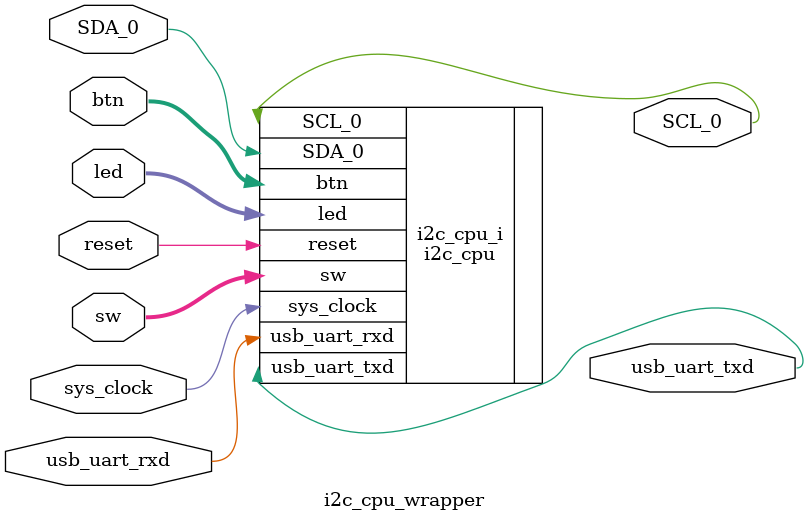
<source format=v>
`timescale 1 ps / 1 ps

module i2c_cpu_wrapper
   (SCL_0,
    SDA_0,
    btn,
    led,
    reset,
    sw,
    sys_clock,
    usb_uart_rxd,
    usb_uart_txd);
  output SCL_0;
  inout SDA_0;
  inout [7:0]btn;
  inout [7:0]led;
  input reset;
  inout [7:0]sw;
  input sys_clock;
  input usb_uart_rxd;
  output usb_uart_txd;

  wire SCL_0;
  wire SDA_0;
  wire [7:0]btn;
  wire [7:0]led;
  wire reset;
  wire [7:0]sw;
  wire sys_clock;
  wire usb_uart_rxd;
  wire usb_uart_txd;

  i2c_cpu i2c_cpu_i
       (.SCL_0(SCL_0),
        .SDA_0(SDA_0),
        .btn(btn),
        .led(led),
        .reset(reset),
        .sw(sw),
        .sys_clock(sys_clock),
        .usb_uart_rxd(usb_uart_rxd),
        .usb_uart_txd(usb_uart_txd));
endmodule

</source>
